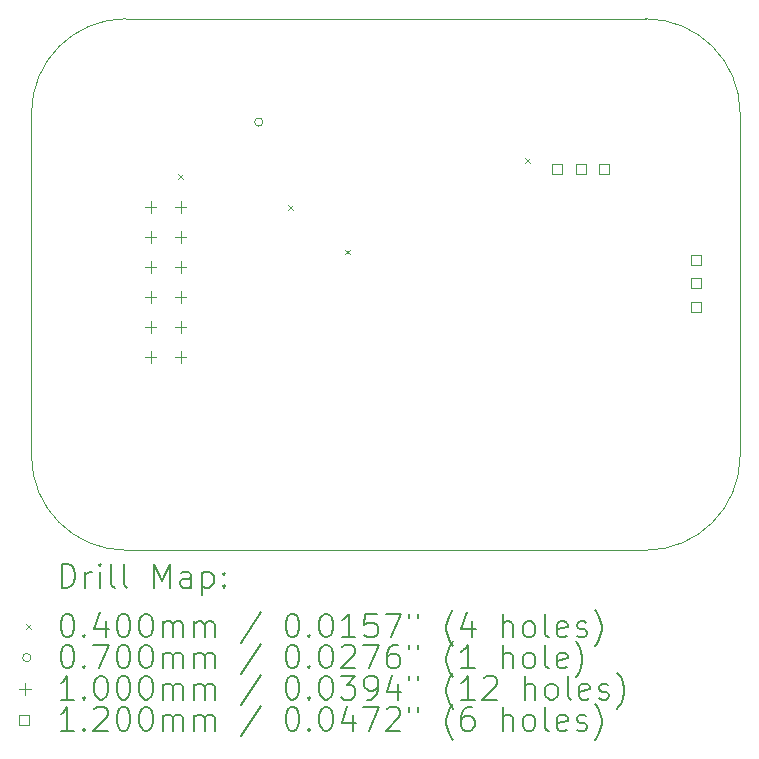
<source format=gbr>
%TF.GenerationSoftware,KiCad,Pcbnew,7.0.5*%
%TF.CreationDate,2023-07-06T17:02:58+08:00*%
%TF.ProjectId,GameRockerShaft,47616d65-526f-4636-9b65-725368616674,rev?*%
%TF.SameCoordinates,Original*%
%TF.FileFunction,Drillmap*%
%TF.FilePolarity,Positive*%
%FSLAX45Y45*%
G04 Gerber Fmt 4.5, Leading zero omitted, Abs format (unit mm)*
G04 Created by KiCad (PCBNEW 7.0.5) date 2023-07-06 17:02:58*
%MOMM*%
%LPD*%
G01*
G04 APERTURE LIST*
%ADD10C,0.100000*%
%ADD11C,0.200000*%
%ADD12C,0.040000*%
%ADD13C,0.070000*%
%ADD14C,0.120000*%
G04 APERTURE END LIST*
D10*
X7000000Y-7800000D02*
X7000000Y-10700000D01*
X13000000Y-7800000D02*
X13000000Y-10700000D01*
X13000000Y-7800000D02*
G75*
G03*
X12200000Y-7000000I-800000J0D01*
G01*
X7800000Y-7000000D02*
X12200000Y-7000000D01*
X12200000Y-11500000D02*
G75*
G03*
X13000000Y-10700000I0J800000D01*
G01*
X7000000Y-10700000D02*
G75*
G03*
X7800000Y-11500000I800000J0D01*
G01*
X7800000Y-11500000D02*
X12200000Y-11500000D01*
X7800000Y-7000000D02*
G75*
G03*
X7000000Y-7800000I0J-800000D01*
G01*
D11*
D12*
X8242500Y-8317500D02*
X8282500Y-8357500D01*
X8282500Y-8317500D02*
X8242500Y-8357500D01*
X9171750Y-8580000D02*
X9211750Y-8620000D01*
X9211750Y-8580000D02*
X9171750Y-8620000D01*
X9655000Y-8955000D02*
X9695000Y-8995000D01*
X9695000Y-8955000D02*
X9655000Y-8995000D01*
X11180000Y-8180000D02*
X11220000Y-8220000D01*
X11220000Y-8180000D02*
X11180000Y-8220000D01*
D13*
X8960000Y-7875000D02*
G75*
G03*
X8960000Y-7875000I-35000J0D01*
G01*
D10*
X8008500Y-8542000D02*
X8008500Y-8642000D01*
X7958500Y-8592000D02*
X8058500Y-8592000D01*
X8008500Y-8796000D02*
X8008500Y-8896000D01*
X7958500Y-8846000D02*
X8058500Y-8846000D01*
X8008500Y-9050000D02*
X8008500Y-9150000D01*
X7958500Y-9100000D02*
X8058500Y-9100000D01*
X8008500Y-9304000D02*
X8008500Y-9404000D01*
X7958500Y-9354000D02*
X8058500Y-9354000D01*
X8008500Y-9558000D02*
X8008500Y-9658000D01*
X7958500Y-9608000D02*
X8058500Y-9608000D01*
X8008500Y-9812000D02*
X8008500Y-9912000D01*
X7958500Y-9862000D02*
X8058500Y-9862000D01*
X8262500Y-8542000D02*
X8262500Y-8642000D01*
X8212500Y-8592000D02*
X8312500Y-8592000D01*
X8262500Y-8796000D02*
X8262500Y-8896000D01*
X8212500Y-8846000D02*
X8312500Y-8846000D01*
X8262500Y-9050000D02*
X8262500Y-9150000D01*
X8212500Y-9100000D02*
X8312500Y-9100000D01*
X8262500Y-9304000D02*
X8262500Y-9404000D01*
X8212500Y-9354000D02*
X8312500Y-9354000D01*
X8262500Y-9558000D02*
X8262500Y-9658000D01*
X8212500Y-9608000D02*
X8312500Y-9608000D01*
X8262500Y-9812000D02*
X8262500Y-9912000D01*
X8212500Y-9862000D02*
X8312500Y-9862000D01*
D14*
X11492427Y-8317427D02*
X11492427Y-8232573D01*
X11407573Y-8232573D01*
X11407573Y-8317427D01*
X11492427Y-8317427D01*
X11692427Y-8317427D02*
X11692427Y-8232573D01*
X11607573Y-8232573D01*
X11607573Y-8317427D01*
X11692427Y-8317427D01*
X11892427Y-8317427D02*
X11892427Y-8232573D01*
X11807573Y-8232573D01*
X11807573Y-8317427D01*
X11892427Y-8317427D01*
X12669927Y-9082427D02*
X12669927Y-8997573D01*
X12585073Y-8997573D01*
X12585073Y-9082427D01*
X12669927Y-9082427D01*
X12669927Y-9282427D02*
X12669927Y-9197573D01*
X12585073Y-9197573D01*
X12585073Y-9282427D01*
X12669927Y-9282427D01*
X12669927Y-9482427D02*
X12669927Y-9397573D01*
X12585073Y-9397573D01*
X12585073Y-9482427D01*
X12669927Y-9482427D01*
D11*
X7255777Y-11816484D02*
X7255777Y-11616484D01*
X7255777Y-11616484D02*
X7303396Y-11616484D01*
X7303396Y-11616484D02*
X7331967Y-11626008D01*
X7331967Y-11626008D02*
X7351015Y-11645055D01*
X7351015Y-11645055D02*
X7360539Y-11664103D01*
X7360539Y-11664103D02*
X7370062Y-11702198D01*
X7370062Y-11702198D02*
X7370062Y-11730769D01*
X7370062Y-11730769D02*
X7360539Y-11768865D01*
X7360539Y-11768865D02*
X7351015Y-11787912D01*
X7351015Y-11787912D02*
X7331967Y-11806960D01*
X7331967Y-11806960D02*
X7303396Y-11816484D01*
X7303396Y-11816484D02*
X7255777Y-11816484D01*
X7455777Y-11816484D02*
X7455777Y-11683150D01*
X7455777Y-11721246D02*
X7465301Y-11702198D01*
X7465301Y-11702198D02*
X7474824Y-11692674D01*
X7474824Y-11692674D02*
X7493872Y-11683150D01*
X7493872Y-11683150D02*
X7512920Y-11683150D01*
X7579586Y-11816484D02*
X7579586Y-11683150D01*
X7579586Y-11616484D02*
X7570062Y-11626008D01*
X7570062Y-11626008D02*
X7579586Y-11635531D01*
X7579586Y-11635531D02*
X7589110Y-11626008D01*
X7589110Y-11626008D02*
X7579586Y-11616484D01*
X7579586Y-11616484D02*
X7579586Y-11635531D01*
X7703396Y-11816484D02*
X7684348Y-11806960D01*
X7684348Y-11806960D02*
X7674824Y-11787912D01*
X7674824Y-11787912D02*
X7674824Y-11616484D01*
X7808158Y-11816484D02*
X7789110Y-11806960D01*
X7789110Y-11806960D02*
X7779586Y-11787912D01*
X7779586Y-11787912D02*
X7779586Y-11616484D01*
X8036729Y-11816484D02*
X8036729Y-11616484D01*
X8036729Y-11616484D02*
X8103396Y-11759341D01*
X8103396Y-11759341D02*
X8170062Y-11616484D01*
X8170062Y-11616484D02*
X8170062Y-11816484D01*
X8351015Y-11816484D02*
X8351015Y-11711722D01*
X8351015Y-11711722D02*
X8341491Y-11692674D01*
X8341491Y-11692674D02*
X8322443Y-11683150D01*
X8322443Y-11683150D02*
X8284348Y-11683150D01*
X8284348Y-11683150D02*
X8265301Y-11692674D01*
X8351015Y-11806960D02*
X8331967Y-11816484D01*
X8331967Y-11816484D02*
X8284348Y-11816484D01*
X8284348Y-11816484D02*
X8265301Y-11806960D01*
X8265301Y-11806960D02*
X8255777Y-11787912D01*
X8255777Y-11787912D02*
X8255777Y-11768865D01*
X8255777Y-11768865D02*
X8265301Y-11749817D01*
X8265301Y-11749817D02*
X8284348Y-11740293D01*
X8284348Y-11740293D02*
X8331967Y-11740293D01*
X8331967Y-11740293D02*
X8351015Y-11730769D01*
X8446253Y-11683150D02*
X8446253Y-11883150D01*
X8446253Y-11692674D02*
X8465301Y-11683150D01*
X8465301Y-11683150D02*
X8503396Y-11683150D01*
X8503396Y-11683150D02*
X8522444Y-11692674D01*
X8522444Y-11692674D02*
X8531967Y-11702198D01*
X8531967Y-11702198D02*
X8541491Y-11721246D01*
X8541491Y-11721246D02*
X8541491Y-11778388D01*
X8541491Y-11778388D02*
X8531967Y-11797436D01*
X8531967Y-11797436D02*
X8522444Y-11806960D01*
X8522444Y-11806960D02*
X8503396Y-11816484D01*
X8503396Y-11816484D02*
X8465301Y-11816484D01*
X8465301Y-11816484D02*
X8446253Y-11806960D01*
X8627205Y-11797436D02*
X8636729Y-11806960D01*
X8636729Y-11806960D02*
X8627205Y-11816484D01*
X8627205Y-11816484D02*
X8617682Y-11806960D01*
X8617682Y-11806960D02*
X8627205Y-11797436D01*
X8627205Y-11797436D02*
X8627205Y-11816484D01*
X8627205Y-11692674D02*
X8636729Y-11702198D01*
X8636729Y-11702198D02*
X8627205Y-11711722D01*
X8627205Y-11711722D02*
X8617682Y-11702198D01*
X8617682Y-11702198D02*
X8627205Y-11692674D01*
X8627205Y-11692674D02*
X8627205Y-11711722D01*
D12*
X6955000Y-12125000D02*
X6995000Y-12165000D01*
X6995000Y-12125000D02*
X6955000Y-12165000D01*
D11*
X7293872Y-12036484D02*
X7312920Y-12036484D01*
X7312920Y-12036484D02*
X7331967Y-12046008D01*
X7331967Y-12046008D02*
X7341491Y-12055531D01*
X7341491Y-12055531D02*
X7351015Y-12074579D01*
X7351015Y-12074579D02*
X7360539Y-12112674D01*
X7360539Y-12112674D02*
X7360539Y-12160293D01*
X7360539Y-12160293D02*
X7351015Y-12198388D01*
X7351015Y-12198388D02*
X7341491Y-12217436D01*
X7341491Y-12217436D02*
X7331967Y-12226960D01*
X7331967Y-12226960D02*
X7312920Y-12236484D01*
X7312920Y-12236484D02*
X7293872Y-12236484D01*
X7293872Y-12236484D02*
X7274824Y-12226960D01*
X7274824Y-12226960D02*
X7265301Y-12217436D01*
X7265301Y-12217436D02*
X7255777Y-12198388D01*
X7255777Y-12198388D02*
X7246253Y-12160293D01*
X7246253Y-12160293D02*
X7246253Y-12112674D01*
X7246253Y-12112674D02*
X7255777Y-12074579D01*
X7255777Y-12074579D02*
X7265301Y-12055531D01*
X7265301Y-12055531D02*
X7274824Y-12046008D01*
X7274824Y-12046008D02*
X7293872Y-12036484D01*
X7446253Y-12217436D02*
X7455777Y-12226960D01*
X7455777Y-12226960D02*
X7446253Y-12236484D01*
X7446253Y-12236484D02*
X7436729Y-12226960D01*
X7436729Y-12226960D02*
X7446253Y-12217436D01*
X7446253Y-12217436D02*
X7446253Y-12236484D01*
X7627205Y-12103150D02*
X7627205Y-12236484D01*
X7579586Y-12026960D02*
X7531967Y-12169817D01*
X7531967Y-12169817D02*
X7655777Y-12169817D01*
X7770062Y-12036484D02*
X7789110Y-12036484D01*
X7789110Y-12036484D02*
X7808158Y-12046008D01*
X7808158Y-12046008D02*
X7817682Y-12055531D01*
X7817682Y-12055531D02*
X7827205Y-12074579D01*
X7827205Y-12074579D02*
X7836729Y-12112674D01*
X7836729Y-12112674D02*
X7836729Y-12160293D01*
X7836729Y-12160293D02*
X7827205Y-12198388D01*
X7827205Y-12198388D02*
X7817682Y-12217436D01*
X7817682Y-12217436D02*
X7808158Y-12226960D01*
X7808158Y-12226960D02*
X7789110Y-12236484D01*
X7789110Y-12236484D02*
X7770062Y-12236484D01*
X7770062Y-12236484D02*
X7751015Y-12226960D01*
X7751015Y-12226960D02*
X7741491Y-12217436D01*
X7741491Y-12217436D02*
X7731967Y-12198388D01*
X7731967Y-12198388D02*
X7722443Y-12160293D01*
X7722443Y-12160293D02*
X7722443Y-12112674D01*
X7722443Y-12112674D02*
X7731967Y-12074579D01*
X7731967Y-12074579D02*
X7741491Y-12055531D01*
X7741491Y-12055531D02*
X7751015Y-12046008D01*
X7751015Y-12046008D02*
X7770062Y-12036484D01*
X7960539Y-12036484D02*
X7979586Y-12036484D01*
X7979586Y-12036484D02*
X7998634Y-12046008D01*
X7998634Y-12046008D02*
X8008158Y-12055531D01*
X8008158Y-12055531D02*
X8017682Y-12074579D01*
X8017682Y-12074579D02*
X8027205Y-12112674D01*
X8027205Y-12112674D02*
X8027205Y-12160293D01*
X8027205Y-12160293D02*
X8017682Y-12198388D01*
X8017682Y-12198388D02*
X8008158Y-12217436D01*
X8008158Y-12217436D02*
X7998634Y-12226960D01*
X7998634Y-12226960D02*
X7979586Y-12236484D01*
X7979586Y-12236484D02*
X7960539Y-12236484D01*
X7960539Y-12236484D02*
X7941491Y-12226960D01*
X7941491Y-12226960D02*
X7931967Y-12217436D01*
X7931967Y-12217436D02*
X7922443Y-12198388D01*
X7922443Y-12198388D02*
X7912920Y-12160293D01*
X7912920Y-12160293D02*
X7912920Y-12112674D01*
X7912920Y-12112674D02*
X7922443Y-12074579D01*
X7922443Y-12074579D02*
X7931967Y-12055531D01*
X7931967Y-12055531D02*
X7941491Y-12046008D01*
X7941491Y-12046008D02*
X7960539Y-12036484D01*
X8112920Y-12236484D02*
X8112920Y-12103150D01*
X8112920Y-12122198D02*
X8122443Y-12112674D01*
X8122443Y-12112674D02*
X8141491Y-12103150D01*
X8141491Y-12103150D02*
X8170063Y-12103150D01*
X8170063Y-12103150D02*
X8189110Y-12112674D01*
X8189110Y-12112674D02*
X8198634Y-12131722D01*
X8198634Y-12131722D02*
X8198634Y-12236484D01*
X8198634Y-12131722D02*
X8208158Y-12112674D01*
X8208158Y-12112674D02*
X8227205Y-12103150D01*
X8227205Y-12103150D02*
X8255777Y-12103150D01*
X8255777Y-12103150D02*
X8274824Y-12112674D01*
X8274824Y-12112674D02*
X8284348Y-12131722D01*
X8284348Y-12131722D02*
X8284348Y-12236484D01*
X8379586Y-12236484D02*
X8379586Y-12103150D01*
X8379586Y-12122198D02*
X8389110Y-12112674D01*
X8389110Y-12112674D02*
X8408158Y-12103150D01*
X8408158Y-12103150D02*
X8436729Y-12103150D01*
X8436729Y-12103150D02*
X8455777Y-12112674D01*
X8455777Y-12112674D02*
X8465301Y-12131722D01*
X8465301Y-12131722D02*
X8465301Y-12236484D01*
X8465301Y-12131722D02*
X8474825Y-12112674D01*
X8474825Y-12112674D02*
X8493872Y-12103150D01*
X8493872Y-12103150D02*
X8522444Y-12103150D01*
X8522444Y-12103150D02*
X8541491Y-12112674D01*
X8541491Y-12112674D02*
X8551015Y-12131722D01*
X8551015Y-12131722D02*
X8551015Y-12236484D01*
X8941491Y-12026960D02*
X8770063Y-12284103D01*
X9198634Y-12036484D02*
X9217682Y-12036484D01*
X9217682Y-12036484D02*
X9236729Y-12046008D01*
X9236729Y-12046008D02*
X9246253Y-12055531D01*
X9246253Y-12055531D02*
X9255777Y-12074579D01*
X9255777Y-12074579D02*
X9265301Y-12112674D01*
X9265301Y-12112674D02*
X9265301Y-12160293D01*
X9265301Y-12160293D02*
X9255777Y-12198388D01*
X9255777Y-12198388D02*
X9246253Y-12217436D01*
X9246253Y-12217436D02*
X9236729Y-12226960D01*
X9236729Y-12226960D02*
X9217682Y-12236484D01*
X9217682Y-12236484D02*
X9198634Y-12236484D01*
X9198634Y-12236484D02*
X9179587Y-12226960D01*
X9179587Y-12226960D02*
X9170063Y-12217436D01*
X9170063Y-12217436D02*
X9160539Y-12198388D01*
X9160539Y-12198388D02*
X9151015Y-12160293D01*
X9151015Y-12160293D02*
X9151015Y-12112674D01*
X9151015Y-12112674D02*
X9160539Y-12074579D01*
X9160539Y-12074579D02*
X9170063Y-12055531D01*
X9170063Y-12055531D02*
X9179587Y-12046008D01*
X9179587Y-12046008D02*
X9198634Y-12036484D01*
X9351015Y-12217436D02*
X9360539Y-12226960D01*
X9360539Y-12226960D02*
X9351015Y-12236484D01*
X9351015Y-12236484D02*
X9341491Y-12226960D01*
X9341491Y-12226960D02*
X9351015Y-12217436D01*
X9351015Y-12217436D02*
X9351015Y-12236484D01*
X9484348Y-12036484D02*
X9503396Y-12036484D01*
X9503396Y-12036484D02*
X9522444Y-12046008D01*
X9522444Y-12046008D02*
X9531968Y-12055531D01*
X9531968Y-12055531D02*
X9541491Y-12074579D01*
X9541491Y-12074579D02*
X9551015Y-12112674D01*
X9551015Y-12112674D02*
X9551015Y-12160293D01*
X9551015Y-12160293D02*
X9541491Y-12198388D01*
X9541491Y-12198388D02*
X9531968Y-12217436D01*
X9531968Y-12217436D02*
X9522444Y-12226960D01*
X9522444Y-12226960D02*
X9503396Y-12236484D01*
X9503396Y-12236484D02*
X9484348Y-12236484D01*
X9484348Y-12236484D02*
X9465301Y-12226960D01*
X9465301Y-12226960D02*
X9455777Y-12217436D01*
X9455777Y-12217436D02*
X9446253Y-12198388D01*
X9446253Y-12198388D02*
X9436729Y-12160293D01*
X9436729Y-12160293D02*
X9436729Y-12112674D01*
X9436729Y-12112674D02*
X9446253Y-12074579D01*
X9446253Y-12074579D02*
X9455777Y-12055531D01*
X9455777Y-12055531D02*
X9465301Y-12046008D01*
X9465301Y-12046008D02*
X9484348Y-12036484D01*
X9741491Y-12236484D02*
X9627206Y-12236484D01*
X9684348Y-12236484D02*
X9684348Y-12036484D01*
X9684348Y-12036484D02*
X9665301Y-12065055D01*
X9665301Y-12065055D02*
X9646253Y-12084103D01*
X9646253Y-12084103D02*
X9627206Y-12093627D01*
X9922444Y-12036484D02*
X9827206Y-12036484D01*
X9827206Y-12036484D02*
X9817682Y-12131722D01*
X9817682Y-12131722D02*
X9827206Y-12122198D01*
X9827206Y-12122198D02*
X9846253Y-12112674D01*
X9846253Y-12112674D02*
X9893872Y-12112674D01*
X9893872Y-12112674D02*
X9912920Y-12122198D01*
X9912920Y-12122198D02*
X9922444Y-12131722D01*
X9922444Y-12131722D02*
X9931968Y-12150769D01*
X9931968Y-12150769D02*
X9931968Y-12198388D01*
X9931968Y-12198388D02*
X9922444Y-12217436D01*
X9922444Y-12217436D02*
X9912920Y-12226960D01*
X9912920Y-12226960D02*
X9893872Y-12236484D01*
X9893872Y-12236484D02*
X9846253Y-12236484D01*
X9846253Y-12236484D02*
X9827206Y-12226960D01*
X9827206Y-12226960D02*
X9817682Y-12217436D01*
X9998634Y-12036484D02*
X10131968Y-12036484D01*
X10131968Y-12036484D02*
X10046253Y-12236484D01*
X10198634Y-12036484D02*
X10198634Y-12074579D01*
X10274825Y-12036484D02*
X10274825Y-12074579D01*
X10570063Y-12312674D02*
X10560539Y-12303150D01*
X10560539Y-12303150D02*
X10541491Y-12274579D01*
X10541491Y-12274579D02*
X10531968Y-12255531D01*
X10531968Y-12255531D02*
X10522444Y-12226960D01*
X10522444Y-12226960D02*
X10512920Y-12179341D01*
X10512920Y-12179341D02*
X10512920Y-12141246D01*
X10512920Y-12141246D02*
X10522444Y-12093627D01*
X10522444Y-12093627D02*
X10531968Y-12065055D01*
X10531968Y-12065055D02*
X10541491Y-12046008D01*
X10541491Y-12046008D02*
X10560539Y-12017436D01*
X10560539Y-12017436D02*
X10570063Y-12007912D01*
X10731968Y-12103150D02*
X10731968Y-12236484D01*
X10684349Y-12026960D02*
X10636730Y-12169817D01*
X10636730Y-12169817D02*
X10760539Y-12169817D01*
X10989111Y-12236484D02*
X10989111Y-12036484D01*
X11074825Y-12236484D02*
X11074825Y-12131722D01*
X11074825Y-12131722D02*
X11065301Y-12112674D01*
X11065301Y-12112674D02*
X11046253Y-12103150D01*
X11046253Y-12103150D02*
X11017682Y-12103150D01*
X11017682Y-12103150D02*
X10998634Y-12112674D01*
X10998634Y-12112674D02*
X10989111Y-12122198D01*
X11198634Y-12236484D02*
X11179587Y-12226960D01*
X11179587Y-12226960D02*
X11170063Y-12217436D01*
X11170063Y-12217436D02*
X11160539Y-12198388D01*
X11160539Y-12198388D02*
X11160539Y-12141246D01*
X11160539Y-12141246D02*
X11170063Y-12122198D01*
X11170063Y-12122198D02*
X11179587Y-12112674D01*
X11179587Y-12112674D02*
X11198634Y-12103150D01*
X11198634Y-12103150D02*
X11227206Y-12103150D01*
X11227206Y-12103150D02*
X11246253Y-12112674D01*
X11246253Y-12112674D02*
X11255777Y-12122198D01*
X11255777Y-12122198D02*
X11265301Y-12141246D01*
X11265301Y-12141246D02*
X11265301Y-12198388D01*
X11265301Y-12198388D02*
X11255777Y-12217436D01*
X11255777Y-12217436D02*
X11246253Y-12226960D01*
X11246253Y-12226960D02*
X11227206Y-12236484D01*
X11227206Y-12236484D02*
X11198634Y-12236484D01*
X11379587Y-12236484D02*
X11360539Y-12226960D01*
X11360539Y-12226960D02*
X11351015Y-12207912D01*
X11351015Y-12207912D02*
X11351015Y-12036484D01*
X11531968Y-12226960D02*
X11512920Y-12236484D01*
X11512920Y-12236484D02*
X11474825Y-12236484D01*
X11474825Y-12236484D02*
X11455777Y-12226960D01*
X11455777Y-12226960D02*
X11446253Y-12207912D01*
X11446253Y-12207912D02*
X11446253Y-12131722D01*
X11446253Y-12131722D02*
X11455777Y-12112674D01*
X11455777Y-12112674D02*
X11474825Y-12103150D01*
X11474825Y-12103150D02*
X11512920Y-12103150D01*
X11512920Y-12103150D02*
X11531968Y-12112674D01*
X11531968Y-12112674D02*
X11541491Y-12131722D01*
X11541491Y-12131722D02*
X11541491Y-12150769D01*
X11541491Y-12150769D02*
X11446253Y-12169817D01*
X11617682Y-12226960D02*
X11636730Y-12236484D01*
X11636730Y-12236484D02*
X11674825Y-12236484D01*
X11674825Y-12236484D02*
X11693872Y-12226960D01*
X11693872Y-12226960D02*
X11703396Y-12207912D01*
X11703396Y-12207912D02*
X11703396Y-12198388D01*
X11703396Y-12198388D02*
X11693872Y-12179341D01*
X11693872Y-12179341D02*
X11674825Y-12169817D01*
X11674825Y-12169817D02*
X11646253Y-12169817D01*
X11646253Y-12169817D02*
X11627206Y-12160293D01*
X11627206Y-12160293D02*
X11617682Y-12141246D01*
X11617682Y-12141246D02*
X11617682Y-12131722D01*
X11617682Y-12131722D02*
X11627206Y-12112674D01*
X11627206Y-12112674D02*
X11646253Y-12103150D01*
X11646253Y-12103150D02*
X11674825Y-12103150D01*
X11674825Y-12103150D02*
X11693872Y-12112674D01*
X11770063Y-12312674D02*
X11779587Y-12303150D01*
X11779587Y-12303150D02*
X11798634Y-12274579D01*
X11798634Y-12274579D02*
X11808158Y-12255531D01*
X11808158Y-12255531D02*
X11817682Y-12226960D01*
X11817682Y-12226960D02*
X11827206Y-12179341D01*
X11827206Y-12179341D02*
X11827206Y-12141246D01*
X11827206Y-12141246D02*
X11817682Y-12093627D01*
X11817682Y-12093627D02*
X11808158Y-12065055D01*
X11808158Y-12065055D02*
X11798634Y-12046008D01*
X11798634Y-12046008D02*
X11779587Y-12017436D01*
X11779587Y-12017436D02*
X11770063Y-12007912D01*
D13*
X6995000Y-12409000D02*
G75*
G03*
X6995000Y-12409000I-35000J0D01*
G01*
D11*
X7293872Y-12300484D02*
X7312920Y-12300484D01*
X7312920Y-12300484D02*
X7331967Y-12310008D01*
X7331967Y-12310008D02*
X7341491Y-12319531D01*
X7341491Y-12319531D02*
X7351015Y-12338579D01*
X7351015Y-12338579D02*
X7360539Y-12376674D01*
X7360539Y-12376674D02*
X7360539Y-12424293D01*
X7360539Y-12424293D02*
X7351015Y-12462388D01*
X7351015Y-12462388D02*
X7341491Y-12481436D01*
X7341491Y-12481436D02*
X7331967Y-12490960D01*
X7331967Y-12490960D02*
X7312920Y-12500484D01*
X7312920Y-12500484D02*
X7293872Y-12500484D01*
X7293872Y-12500484D02*
X7274824Y-12490960D01*
X7274824Y-12490960D02*
X7265301Y-12481436D01*
X7265301Y-12481436D02*
X7255777Y-12462388D01*
X7255777Y-12462388D02*
X7246253Y-12424293D01*
X7246253Y-12424293D02*
X7246253Y-12376674D01*
X7246253Y-12376674D02*
X7255777Y-12338579D01*
X7255777Y-12338579D02*
X7265301Y-12319531D01*
X7265301Y-12319531D02*
X7274824Y-12310008D01*
X7274824Y-12310008D02*
X7293872Y-12300484D01*
X7446253Y-12481436D02*
X7455777Y-12490960D01*
X7455777Y-12490960D02*
X7446253Y-12500484D01*
X7446253Y-12500484D02*
X7436729Y-12490960D01*
X7436729Y-12490960D02*
X7446253Y-12481436D01*
X7446253Y-12481436D02*
X7446253Y-12500484D01*
X7522443Y-12300484D02*
X7655777Y-12300484D01*
X7655777Y-12300484D02*
X7570062Y-12500484D01*
X7770062Y-12300484D02*
X7789110Y-12300484D01*
X7789110Y-12300484D02*
X7808158Y-12310008D01*
X7808158Y-12310008D02*
X7817682Y-12319531D01*
X7817682Y-12319531D02*
X7827205Y-12338579D01*
X7827205Y-12338579D02*
X7836729Y-12376674D01*
X7836729Y-12376674D02*
X7836729Y-12424293D01*
X7836729Y-12424293D02*
X7827205Y-12462388D01*
X7827205Y-12462388D02*
X7817682Y-12481436D01*
X7817682Y-12481436D02*
X7808158Y-12490960D01*
X7808158Y-12490960D02*
X7789110Y-12500484D01*
X7789110Y-12500484D02*
X7770062Y-12500484D01*
X7770062Y-12500484D02*
X7751015Y-12490960D01*
X7751015Y-12490960D02*
X7741491Y-12481436D01*
X7741491Y-12481436D02*
X7731967Y-12462388D01*
X7731967Y-12462388D02*
X7722443Y-12424293D01*
X7722443Y-12424293D02*
X7722443Y-12376674D01*
X7722443Y-12376674D02*
X7731967Y-12338579D01*
X7731967Y-12338579D02*
X7741491Y-12319531D01*
X7741491Y-12319531D02*
X7751015Y-12310008D01*
X7751015Y-12310008D02*
X7770062Y-12300484D01*
X7960539Y-12300484D02*
X7979586Y-12300484D01*
X7979586Y-12300484D02*
X7998634Y-12310008D01*
X7998634Y-12310008D02*
X8008158Y-12319531D01*
X8008158Y-12319531D02*
X8017682Y-12338579D01*
X8017682Y-12338579D02*
X8027205Y-12376674D01*
X8027205Y-12376674D02*
X8027205Y-12424293D01*
X8027205Y-12424293D02*
X8017682Y-12462388D01*
X8017682Y-12462388D02*
X8008158Y-12481436D01*
X8008158Y-12481436D02*
X7998634Y-12490960D01*
X7998634Y-12490960D02*
X7979586Y-12500484D01*
X7979586Y-12500484D02*
X7960539Y-12500484D01*
X7960539Y-12500484D02*
X7941491Y-12490960D01*
X7941491Y-12490960D02*
X7931967Y-12481436D01*
X7931967Y-12481436D02*
X7922443Y-12462388D01*
X7922443Y-12462388D02*
X7912920Y-12424293D01*
X7912920Y-12424293D02*
X7912920Y-12376674D01*
X7912920Y-12376674D02*
X7922443Y-12338579D01*
X7922443Y-12338579D02*
X7931967Y-12319531D01*
X7931967Y-12319531D02*
X7941491Y-12310008D01*
X7941491Y-12310008D02*
X7960539Y-12300484D01*
X8112920Y-12500484D02*
X8112920Y-12367150D01*
X8112920Y-12386198D02*
X8122443Y-12376674D01*
X8122443Y-12376674D02*
X8141491Y-12367150D01*
X8141491Y-12367150D02*
X8170063Y-12367150D01*
X8170063Y-12367150D02*
X8189110Y-12376674D01*
X8189110Y-12376674D02*
X8198634Y-12395722D01*
X8198634Y-12395722D02*
X8198634Y-12500484D01*
X8198634Y-12395722D02*
X8208158Y-12376674D01*
X8208158Y-12376674D02*
X8227205Y-12367150D01*
X8227205Y-12367150D02*
X8255777Y-12367150D01*
X8255777Y-12367150D02*
X8274824Y-12376674D01*
X8274824Y-12376674D02*
X8284348Y-12395722D01*
X8284348Y-12395722D02*
X8284348Y-12500484D01*
X8379586Y-12500484D02*
X8379586Y-12367150D01*
X8379586Y-12386198D02*
X8389110Y-12376674D01*
X8389110Y-12376674D02*
X8408158Y-12367150D01*
X8408158Y-12367150D02*
X8436729Y-12367150D01*
X8436729Y-12367150D02*
X8455777Y-12376674D01*
X8455777Y-12376674D02*
X8465301Y-12395722D01*
X8465301Y-12395722D02*
X8465301Y-12500484D01*
X8465301Y-12395722D02*
X8474825Y-12376674D01*
X8474825Y-12376674D02*
X8493872Y-12367150D01*
X8493872Y-12367150D02*
X8522444Y-12367150D01*
X8522444Y-12367150D02*
X8541491Y-12376674D01*
X8541491Y-12376674D02*
X8551015Y-12395722D01*
X8551015Y-12395722D02*
X8551015Y-12500484D01*
X8941491Y-12290960D02*
X8770063Y-12548103D01*
X9198634Y-12300484D02*
X9217682Y-12300484D01*
X9217682Y-12300484D02*
X9236729Y-12310008D01*
X9236729Y-12310008D02*
X9246253Y-12319531D01*
X9246253Y-12319531D02*
X9255777Y-12338579D01*
X9255777Y-12338579D02*
X9265301Y-12376674D01*
X9265301Y-12376674D02*
X9265301Y-12424293D01*
X9265301Y-12424293D02*
X9255777Y-12462388D01*
X9255777Y-12462388D02*
X9246253Y-12481436D01*
X9246253Y-12481436D02*
X9236729Y-12490960D01*
X9236729Y-12490960D02*
X9217682Y-12500484D01*
X9217682Y-12500484D02*
X9198634Y-12500484D01*
X9198634Y-12500484D02*
X9179587Y-12490960D01*
X9179587Y-12490960D02*
X9170063Y-12481436D01*
X9170063Y-12481436D02*
X9160539Y-12462388D01*
X9160539Y-12462388D02*
X9151015Y-12424293D01*
X9151015Y-12424293D02*
X9151015Y-12376674D01*
X9151015Y-12376674D02*
X9160539Y-12338579D01*
X9160539Y-12338579D02*
X9170063Y-12319531D01*
X9170063Y-12319531D02*
X9179587Y-12310008D01*
X9179587Y-12310008D02*
X9198634Y-12300484D01*
X9351015Y-12481436D02*
X9360539Y-12490960D01*
X9360539Y-12490960D02*
X9351015Y-12500484D01*
X9351015Y-12500484D02*
X9341491Y-12490960D01*
X9341491Y-12490960D02*
X9351015Y-12481436D01*
X9351015Y-12481436D02*
X9351015Y-12500484D01*
X9484348Y-12300484D02*
X9503396Y-12300484D01*
X9503396Y-12300484D02*
X9522444Y-12310008D01*
X9522444Y-12310008D02*
X9531968Y-12319531D01*
X9531968Y-12319531D02*
X9541491Y-12338579D01*
X9541491Y-12338579D02*
X9551015Y-12376674D01*
X9551015Y-12376674D02*
X9551015Y-12424293D01*
X9551015Y-12424293D02*
X9541491Y-12462388D01*
X9541491Y-12462388D02*
X9531968Y-12481436D01*
X9531968Y-12481436D02*
X9522444Y-12490960D01*
X9522444Y-12490960D02*
X9503396Y-12500484D01*
X9503396Y-12500484D02*
X9484348Y-12500484D01*
X9484348Y-12500484D02*
X9465301Y-12490960D01*
X9465301Y-12490960D02*
X9455777Y-12481436D01*
X9455777Y-12481436D02*
X9446253Y-12462388D01*
X9446253Y-12462388D02*
X9436729Y-12424293D01*
X9436729Y-12424293D02*
X9436729Y-12376674D01*
X9436729Y-12376674D02*
X9446253Y-12338579D01*
X9446253Y-12338579D02*
X9455777Y-12319531D01*
X9455777Y-12319531D02*
X9465301Y-12310008D01*
X9465301Y-12310008D02*
X9484348Y-12300484D01*
X9627206Y-12319531D02*
X9636729Y-12310008D01*
X9636729Y-12310008D02*
X9655777Y-12300484D01*
X9655777Y-12300484D02*
X9703396Y-12300484D01*
X9703396Y-12300484D02*
X9722444Y-12310008D01*
X9722444Y-12310008D02*
X9731968Y-12319531D01*
X9731968Y-12319531D02*
X9741491Y-12338579D01*
X9741491Y-12338579D02*
X9741491Y-12357627D01*
X9741491Y-12357627D02*
X9731968Y-12386198D01*
X9731968Y-12386198D02*
X9617682Y-12500484D01*
X9617682Y-12500484D02*
X9741491Y-12500484D01*
X9808158Y-12300484D02*
X9941491Y-12300484D01*
X9941491Y-12300484D02*
X9855777Y-12500484D01*
X10103396Y-12300484D02*
X10065301Y-12300484D01*
X10065301Y-12300484D02*
X10046253Y-12310008D01*
X10046253Y-12310008D02*
X10036729Y-12319531D01*
X10036729Y-12319531D02*
X10017682Y-12348103D01*
X10017682Y-12348103D02*
X10008158Y-12386198D01*
X10008158Y-12386198D02*
X10008158Y-12462388D01*
X10008158Y-12462388D02*
X10017682Y-12481436D01*
X10017682Y-12481436D02*
X10027206Y-12490960D01*
X10027206Y-12490960D02*
X10046253Y-12500484D01*
X10046253Y-12500484D02*
X10084349Y-12500484D01*
X10084349Y-12500484D02*
X10103396Y-12490960D01*
X10103396Y-12490960D02*
X10112920Y-12481436D01*
X10112920Y-12481436D02*
X10122444Y-12462388D01*
X10122444Y-12462388D02*
X10122444Y-12414769D01*
X10122444Y-12414769D02*
X10112920Y-12395722D01*
X10112920Y-12395722D02*
X10103396Y-12386198D01*
X10103396Y-12386198D02*
X10084349Y-12376674D01*
X10084349Y-12376674D02*
X10046253Y-12376674D01*
X10046253Y-12376674D02*
X10027206Y-12386198D01*
X10027206Y-12386198D02*
X10017682Y-12395722D01*
X10017682Y-12395722D02*
X10008158Y-12414769D01*
X10198634Y-12300484D02*
X10198634Y-12338579D01*
X10274825Y-12300484D02*
X10274825Y-12338579D01*
X10570063Y-12576674D02*
X10560539Y-12567150D01*
X10560539Y-12567150D02*
X10541491Y-12538579D01*
X10541491Y-12538579D02*
X10531968Y-12519531D01*
X10531968Y-12519531D02*
X10522444Y-12490960D01*
X10522444Y-12490960D02*
X10512920Y-12443341D01*
X10512920Y-12443341D02*
X10512920Y-12405246D01*
X10512920Y-12405246D02*
X10522444Y-12357627D01*
X10522444Y-12357627D02*
X10531968Y-12329055D01*
X10531968Y-12329055D02*
X10541491Y-12310008D01*
X10541491Y-12310008D02*
X10560539Y-12281436D01*
X10560539Y-12281436D02*
X10570063Y-12271912D01*
X10751015Y-12500484D02*
X10636730Y-12500484D01*
X10693872Y-12500484D02*
X10693872Y-12300484D01*
X10693872Y-12300484D02*
X10674825Y-12329055D01*
X10674825Y-12329055D02*
X10655777Y-12348103D01*
X10655777Y-12348103D02*
X10636730Y-12357627D01*
X10989111Y-12500484D02*
X10989111Y-12300484D01*
X11074825Y-12500484D02*
X11074825Y-12395722D01*
X11074825Y-12395722D02*
X11065301Y-12376674D01*
X11065301Y-12376674D02*
X11046253Y-12367150D01*
X11046253Y-12367150D02*
X11017682Y-12367150D01*
X11017682Y-12367150D02*
X10998634Y-12376674D01*
X10998634Y-12376674D02*
X10989111Y-12386198D01*
X11198634Y-12500484D02*
X11179587Y-12490960D01*
X11179587Y-12490960D02*
X11170063Y-12481436D01*
X11170063Y-12481436D02*
X11160539Y-12462388D01*
X11160539Y-12462388D02*
X11160539Y-12405246D01*
X11160539Y-12405246D02*
X11170063Y-12386198D01*
X11170063Y-12386198D02*
X11179587Y-12376674D01*
X11179587Y-12376674D02*
X11198634Y-12367150D01*
X11198634Y-12367150D02*
X11227206Y-12367150D01*
X11227206Y-12367150D02*
X11246253Y-12376674D01*
X11246253Y-12376674D02*
X11255777Y-12386198D01*
X11255777Y-12386198D02*
X11265301Y-12405246D01*
X11265301Y-12405246D02*
X11265301Y-12462388D01*
X11265301Y-12462388D02*
X11255777Y-12481436D01*
X11255777Y-12481436D02*
X11246253Y-12490960D01*
X11246253Y-12490960D02*
X11227206Y-12500484D01*
X11227206Y-12500484D02*
X11198634Y-12500484D01*
X11379587Y-12500484D02*
X11360539Y-12490960D01*
X11360539Y-12490960D02*
X11351015Y-12471912D01*
X11351015Y-12471912D02*
X11351015Y-12300484D01*
X11531968Y-12490960D02*
X11512920Y-12500484D01*
X11512920Y-12500484D02*
X11474825Y-12500484D01*
X11474825Y-12500484D02*
X11455777Y-12490960D01*
X11455777Y-12490960D02*
X11446253Y-12471912D01*
X11446253Y-12471912D02*
X11446253Y-12395722D01*
X11446253Y-12395722D02*
X11455777Y-12376674D01*
X11455777Y-12376674D02*
X11474825Y-12367150D01*
X11474825Y-12367150D02*
X11512920Y-12367150D01*
X11512920Y-12367150D02*
X11531968Y-12376674D01*
X11531968Y-12376674D02*
X11541491Y-12395722D01*
X11541491Y-12395722D02*
X11541491Y-12414769D01*
X11541491Y-12414769D02*
X11446253Y-12433817D01*
X11608158Y-12576674D02*
X11617682Y-12567150D01*
X11617682Y-12567150D02*
X11636730Y-12538579D01*
X11636730Y-12538579D02*
X11646253Y-12519531D01*
X11646253Y-12519531D02*
X11655777Y-12490960D01*
X11655777Y-12490960D02*
X11665301Y-12443341D01*
X11665301Y-12443341D02*
X11665301Y-12405246D01*
X11665301Y-12405246D02*
X11655777Y-12357627D01*
X11655777Y-12357627D02*
X11646253Y-12329055D01*
X11646253Y-12329055D02*
X11636730Y-12310008D01*
X11636730Y-12310008D02*
X11617682Y-12281436D01*
X11617682Y-12281436D02*
X11608158Y-12271912D01*
D10*
X6945000Y-12623000D02*
X6945000Y-12723000D01*
X6895000Y-12673000D02*
X6995000Y-12673000D01*
D11*
X7360539Y-12764484D02*
X7246253Y-12764484D01*
X7303396Y-12764484D02*
X7303396Y-12564484D01*
X7303396Y-12564484D02*
X7284348Y-12593055D01*
X7284348Y-12593055D02*
X7265301Y-12612103D01*
X7265301Y-12612103D02*
X7246253Y-12621627D01*
X7446253Y-12745436D02*
X7455777Y-12754960D01*
X7455777Y-12754960D02*
X7446253Y-12764484D01*
X7446253Y-12764484D02*
X7436729Y-12754960D01*
X7436729Y-12754960D02*
X7446253Y-12745436D01*
X7446253Y-12745436D02*
X7446253Y-12764484D01*
X7579586Y-12564484D02*
X7598634Y-12564484D01*
X7598634Y-12564484D02*
X7617682Y-12574008D01*
X7617682Y-12574008D02*
X7627205Y-12583531D01*
X7627205Y-12583531D02*
X7636729Y-12602579D01*
X7636729Y-12602579D02*
X7646253Y-12640674D01*
X7646253Y-12640674D02*
X7646253Y-12688293D01*
X7646253Y-12688293D02*
X7636729Y-12726388D01*
X7636729Y-12726388D02*
X7627205Y-12745436D01*
X7627205Y-12745436D02*
X7617682Y-12754960D01*
X7617682Y-12754960D02*
X7598634Y-12764484D01*
X7598634Y-12764484D02*
X7579586Y-12764484D01*
X7579586Y-12764484D02*
X7560539Y-12754960D01*
X7560539Y-12754960D02*
X7551015Y-12745436D01*
X7551015Y-12745436D02*
X7541491Y-12726388D01*
X7541491Y-12726388D02*
X7531967Y-12688293D01*
X7531967Y-12688293D02*
X7531967Y-12640674D01*
X7531967Y-12640674D02*
X7541491Y-12602579D01*
X7541491Y-12602579D02*
X7551015Y-12583531D01*
X7551015Y-12583531D02*
X7560539Y-12574008D01*
X7560539Y-12574008D02*
X7579586Y-12564484D01*
X7770062Y-12564484D02*
X7789110Y-12564484D01*
X7789110Y-12564484D02*
X7808158Y-12574008D01*
X7808158Y-12574008D02*
X7817682Y-12583531D01*
X7817682Y-12583531D02*
X7827205Y-12602579D01*
X7827205Y-12602579D02*
X7836729Y-12640674D01*
X7836729Y-12640674D02*
X7836729Y-12688293D01*
X7836729Y-12688293D02*
X7827205Y-12726388D01*
X7827205Y-12726388D02*
X7817682Y-12745436D01*
X7817682Y-12745436D02*
X7808158Y-12754960D01*
X7808158Y-12754960D02*
X7789110Y-12764484D01*
X7789110Y-12764484D02*
X7770062Y-12764484D01*
X7770062Y-12764484D02*
X7751015Y-12754960D01*
X7751015Y-12754960D02*
X7741491Y-12745436D01*
X7741491Y-12745436D02*
X7731967Y-12726388D01*
X7731967Y-12726388D02*
X7722443Y-12688293D01*
X7722443Y-12688293D02*
X7722443Y-12640674D01*
X7722443Y-12640674D02*
X7731967Y-12602579D01*
X7731967Y-12602579D02*
X7741491Y-12583531D01*
X7741491Y-12583531D02*
X7751015Y-12574008D01*
X7751015Y-12574008D02*
X7770062Y-12564484D01*
X7960539Y-12564484D02*
X7979586Y-12564484D01*
X7979586Y-12564484D02*
X7998634Y-12574008D01*
X7998634Y-12574008D02*
X8008158Y-12583531D01*
X8008158Y-12583531D02*
X8017682Y-12602579D01*
X8017682Y-12602579D02*
X8027205Y-12640674D01*
X8027205Y-12640674D02*
X8027205Y-12688293D01*
X8027205Y-12688293D02*
X8017682Y-12726388D01*
X8017682Y-12726388D02*
X8008158Y-12745436D01*
X8008158Y-12745436D02*
X7998634Y-12754960D01*
X7998634Y-12754960D02*
X7979586Y-12764484D01*
X7979586Y-12764484D02*
X7960539Y-12764484D01*
X7960539Y-12764484D02*
X7941491Y-12754960D01*
X7941491Y-12754960D02*
X7931967Y-12745436D01*
X7931967Y-12745436D02*
X7922443Y-12726388D01*
X7922443Y-12726388D02*
X7912920Y-12688293D01*
X7912920Y-12688293D02*
X7912920Y-12640674D01*
X7912920Y-12640674D02*
X7922443Y-12602579D01*
X7922443Y-12602579D02*
X7931967Y-12583531D01*
X7931967Y-12583531D02*
X7941491Y-12574008D01*
X7941491Y-12574008D02*
X7960539Y-12564484D01*
X8112920Y-12764484D02*
X8112920Y-12631150D01*
X8112920Y-12650198D02*
X8122443Y-12640674D01*
X8122443Y-12640674D02*
X8141491Y-12631150D01*
X8141491Y-12631150D02*
X8170063Y-12631150D01*
X8170063Y-12631150D02*
X8189110Y-12640674D01*
X8189110Y-12640674D02*
X8198634Y-12659722D01*
X8198634Y-12659722D02*
X8198634Y-12764484D01*
X8198634Y-12659722D02*
X8208158Y-12640674D01*
X8208158Y-12640674D02*
X8227205Y-12631150D01*
X8227205Y-12631150D02*
X8255777Y-12631150D01*
X8255777Y-12631150D02*
X8274824Y-12640674D01*
X8274824Y-12640674D02*
X8284348Y-12659722D01*
X8284348Y-12659722D02*
X8284348Y-12764484D01*
X8379586Y-12764484D02*
X8379586Y-12631150D01*
X8379586Y-12650198D02*
X8389110Y-12640674D01*
X8389110Y-12640674D02*
X8408158Y-12631150D01*
X8408158Y-12631150D02*
X8436729Y-12631150D01*
X8436729Y-12631150D02*
X8455777Y-12640674D01*
X8455777Y-12640674D02*
X8465301Y-12659722D01*
X8465301Y-12659722D02*
X8465301Y-12764484D01*
X8465301Y-12659722D02*
X8474825Y-12640674D01*
X8474825Y-12640674D02*
X8493872Y-12631150D01*
X8493872Y-12631150D02*
X8522444Y-12631150D01*
X8522444Y-12631150D02*
X8541491Y-12640674D01*
X8541491Y-12640674D02*
X8551015Y-12659722D01*
X8551015Y-12659722D02*
X8551015Y-12764484D01*
X8941491Y-12554960D02*
X8770063Y-12812103D01*
X9198634Y-12564484D02*
X9217682Y-12564484D01*
X9217682Y-12564484D02*
X9236729Y-12574008D01*
X9236729Y-12574008D02*
X9246253Y-12583531D01*
X9246253Y-12583531D02*
X9255777Y-12602579D01*
X9255777Y-12602579D02*
X9265301Y-12640674D01*
X9265301Y-12640674D02*
X9265301Y-12688293D01*
X9265301Y-12688293D02*
X9255777Y-12726388D01*
X9255777Y-12726388D02*
X9246253Y-12745436D01*
X9246253Y-12745436D02*
X9236729Y-12754960D01*
X9236729Y-12754960D02*
X9217682Y-12764484D01*
X9217682Y-12764484D02*
X9198634Y-12764484D01*
X9198634Y-12764484D02*
X9179587Y-12754960D01*
X9179587Y-12754960D02*
X9170063Y-12745436D01*
X9170063Y-12745436D02*
X9160539Y-12726388D01*
X9160539Y-12726388D02*
X9151015Y-12688293D01*
X9151015Y-12688293D02*
X9151015Y-12640674D01*
X9151015Y-12640674D02*
X9160539Y-12602579D01*
X9160539Y-12602579D02*
X9170063Y-12583531D01*
X9170063Y-12583531D02*
X9179587Y-12574008D01*
X9179587Y-12574008D02*
X9198634Y-12564484D01*
X9351015Y-12745436D02*
X9360539Y-12754960D01*
X9360539Y-12754960D02*
X9351015Y-12764484D01*
X9351015Y-12764484D02*
X9341491Y-12754960D01*
X9341491Y-12754960D02*
X9351015Y-12745436D01*
X9351015Y-12745436D02*
X9351015Y-12764484D01*
X9484348Y-12564484D02*
X9503396Y-12564484D01*
X9503396Y-12564484D02*
X9522444Y-12574008D01*
X9522444Y-12574008D02*
X9531968Y-12583531D01*
X9531968Y-12583531D02*
X9541491Y-12602579D01*
X9541491Y-12602579D02*
X9551015Y-12640674D01*
X9551015Y-12640674D02*
X9551015Y-12688293D01*
X9551015Y-12688293D02*
X9541491Y-12726388D01*
X9541491Y-12726388D02*
X9531968Y-12745436D01*
X9531968Y-12745436D02*
X9522444Y-12754960D01*
X9522444Y-12754960D02*
X9503396Y-12764484D01*
X9503396Y-12764484D02*
X9484348Y-12764484D01*
X9484348Y-12764484D02*
X9465301Y-12754960D01*
X9465301Y-12754960D02*
X9455777Y-12745436D01*
X9455777Y-12745436D02*
X9446253Y-12726388D01*
X9446253Y-12726388D02*
X9436729Y-12688293D01*
X9436729Y-12688293D02*
X9436729Y-12640674D01*
X9436729Y-12640674D02*
X9446253Y-12602579D01*
X9446253Y-12602579D02*
X9455777Y-12583531D01*
X9455777Y-12583531D02*
X9465301Y-12574008D01*
X9465301Y-12574008D02*
X9484348Y-12564484D01*
X9617682Y-12564484D02*
X9741491Y-12564484D01*
X9741491Y-12564484D02*
X9674825Y-12640674D01*
X9674825Y-12640674D02*
X9703396Y-12640674D01*
X9703396Y-12640674D02*
X9722444Y-12650198D01*
X9722444Y-12650198D02*
X9731968Y-12659722D01*
X9731968Y-12659722D02*
X9741491Y-12678769D01*
X9741491Y-12678769D02*
X9741491Y-12726388D01*
X9741491Y-12726388D02*
X9731968Y-12745436D01*
X9731968Y-12745436D02*
X9722444Y-12754960D01*
X9722444Y-12754960D02*
X9703396Y-12764484D01*
X9703396Y-12764484D02*
X9646253Y-12764484D01*
X9646253Y-12764484D02*
X9627206Y-12754960D01*
X9627206Y-12754960D02*
X9617682Y-12745436D01*
X9836729Y-12764484D02*
X9874825Y-12764484D01*
X9874825Y-12764484D02*
X9893872Y-12754960D01*
X9893872Y-12754960D02*
X9903396Y-12745436D01*
X9903396Y-12745436D02*
X9922444Y-12716865D01*
X9922444Y-12716865D02*
X9931968Y-12678769D01*
X9931968Y-12678769D02*
X9931968Y-12602579D01*
X9931968Y-12602579D02*
X9922444Y-12583531D01*
X9922444Y-12583531D02*
X9912920Y-12574008D01*
X9912920Y-12574008D02*
X9893872Y-12564484D01*
X9893872Y-12564484D02*
X9855777Y-12564484D01*
X9855777Y-12564484D02*
X9836729Y-12574008D01*
X9836729Y-12574008D02*
X9827206Y-12583531D01*
X9827206Y-12583531D02*
X9817682Y-12602579D01*
X9817682Y-12602579D02*
X9817682Y-12650198D01*
X9817682Y-12650198D02*
X9827206Y-12669246D01*
X9827206Y-12669246D02*
X9836729Y-12678769D01*
X9836729Y-12678769D02*
X9855777Y-12688293D01*
X9855777Y-12688293D02*
X9893872Y-12688293D01*
X9893872Y-12688293D02*
X9912920Y-12678769D01*
X9912920Y-12678769D02*
X9922444Y-12669246D01*
X9922444Y-12669246D02*
X9931968Y-12650198D01*
X10103396Y-12631150D02*
X10103396Y-12764484D01*
X10055777Y-12554960D02*
X10008158Y-12697817D01*
X10008158Y-12697817D02*
X10131968Y-12697817D01*
X10198634Y-12564484D02*
X10198634Y-12602579D01*
X10274825Y-12564484D02*
X10274825Y-12602579D01*
X10570063Y-12840674D02*
X10560539Y-12831150D01*
X10560539Y-12831150D02*
X10541491Y-12802579D01*
X10541491Y-12802579D02*
X10531968Y-12783531D01*
X10531968Y-12783531D02*
X10522444Y-12754960D01*
X10522444Y-12754960D02*
X10512920Y-12707341D01*
X10512920Y-12707341D02*
X10512920Y-12669246D01*
X10512920Y-12669246D02*
X10522444Y-12621627D01*
X10522444Y-12621627D02*
X10531968Y-12593055D01*
X10531968Y-12593055D02*
X10541491Y-12574008D01*
X10541491Y-12574008D02*
X10560539Y-12545436D01*
X10560539Y-12545436D02*
X10570063Y-12535912D01*
X10751015Y-12764484D02*
X10636730Y-12764484D01*
X10693872Y-12764484D02*
X10693872Y-12564484D01*
X10693872Y-12564484D02*
X10674825Y-12593055D01*
X10674825Y-12593055D02*
X10655777Y-12612103D01*
X10655777Y-12612103D02*
X10636730Y-12621627D01*
X10827206Y-12583531D02*
X10836730Y-12574008D01*
X10836730Y-12574008D02*
X10855777Y-12564484D01*
X10855777Y-12564484D02*
X10903396Y-12564484D01*
X10903396Y-12564484D02*
X10922444Y-12574008D01*
X10922444Y-12574008D02*
X10931968Y-12583531D01*
X10931968Y-12583531D02*
X10941491Y-12602579D01*
X10941491Y-12602579D02*
X10941491Y-12621627D01*
X10941491Y-12621627D02*
X10931968Y-12650198D01*
X10931968Y-12650198D02*
X10817682Y-12764484D01*
X10817682Y-12764484D02*
X10941491Y-12764484D01*
X11179587Y-12764484D02*
X11179587Y-12564484D01*
X11265301Y-12764484D02*
X11265301Y-12659722D01*
X11265301Y-12659722D02*
X11255777Y-12640674D01*
X11255777Y-12640674D02*
X11236730Y-12631150D01*
X11236730Y-12631150D02*
X11208158Y-12631150D01*
X11208158Y-12631150D02*
X11189110Y-12640674D01*
X11189110Y-12640674D02*
X11179587Y-12650198D01*
X11389110Y-12764484D02*
X11370063Y-12754960D01*
X11370063Y-12754960D02*
X11360539Y-12745436D01*
X11360539Y-12745436D02*
X11351015Y-12726388D01*
X11351015Y-12726388D02*
X11351015Y-12669246D01*
X11351015Y-12669246D02*
X11360539Y-12650198D01*
X11360539Y-12650198D02*
X11370063Y-12640674D01*
X11370063Y-12640674D02*
X11389110Y-12631150D01*
X11389110Y-12631150D02*
X11417682Y-12631150D01*
X11417682Y-12631150D02*
X11436730Y-12640674D01*
X11436730Y-12640674D02*
X11446253Y-12650198D01*
X11446253Y-12650198D02*
X11455777Y-12669246D01*
X11455777Y-12669246D02*
X11455777Y-12726388D01*
X11455777Y-12726388D02*
X11446253Y-12745436D01*
X11446253Y-12745436D02*
X11436730Y-12754960D01*
X11436730Y-12754960D02*
X11417682Y-12764484D01*
X11417682Y-12764484D02*
X11389110Y-12764484D01*
X11570063Y-12764484D02*
X11551015Y-12754960D01*
X11551015Y-12754960D02*
X11541491Y-12735912D01*
X11541491Y-12735912D02*
X11541491Y-12564484D01*
X11722444Y-12754960D02*
X11703396Y-12764484D01*
X11703396Y-12764484D02*
X11665301Y-12764484D01*
X11665301Y-12764484D02*
X11646253Y-12754960D01*
X11646253Y-12754960D02*
X11636730Y-12735912D01*
X11636730Y-12735912D02*
X11636730Y-12659722D01*
X11636730Y-12659722D02*
X11646253Y-12640674D01*
X11646253Y-12640674D02*
X11665301Y-12631150D01*
X11665301Y-12631150D02*
X11703396Y-12631150D01*
X11703396Y-12631150D02*
X11722444Y-12640674D01*
X11722444Y-12640674D02*
X11731968Y-12659722D01*
X11731968Y-12659722D02*
X11731968Y-12678769D01*
X11731968Y-12678769D02*
X11636730Y-12697817D01*
X11808158Y-12754960D02*
X11827206Y-12764484D01*
X11827206Y-12764484D02*
X11865301Y-12764484D01*
X11865301Y-12764484D02*
X11884349Y-12754960D01*
X11884349Y-12754960D02*
X11893872Y-12735912D01*
X11893872Y-12735912D02*
X11893872Y-12726388D01*
X11893872Y-12726388D02*
X11884349Y-12707341D01*
X11884349Y-12707341D02*
X11865301Y-12697817D01*
X11865301Y-12697817D02*
X11836730Y-12697817D01*
X11836730Y-12697817D02*
X11817682Y-12688293D01*
X11817682Y-12688293D02*
X11808158Y-12669246D01*
X11808158Y-12669246D02*
X11808158Y-12659722D01*
X11808158Y-12659722D02*
X11817682Y-12640674D01*
X11817682Y-12640674D02*
X11836730Y-12631150D01*
X11836730Y-12631150D02*
X11865301Y-12631150D01*
X11865301Y-12631150D02*
X11884349Y-12640674D01*
X11960539Y-12840674D02*
X11970063Y-12831150D01*
X11970063Y-12831150D02*
X11989111Y-12802579D01*
X11989111Y-12802579D02*
X11998634Y-12783531D01*
X11998634Y-12783531D02*
X12008158Y-12754960D01*
X12008158Y-12754960D02*
X12017682Y-12707341D01*
X12017682Y-12707341D02*
X12017682Y-12669246D01*
X12017682Y-12669246D02*
X12008158Y-12621627D01*
X12008158Y-12621627D02*
X11998634Y-12593055D01*
X11998634Y-12593055D02*
X11989111Y-12574008D01*
X11989111Y-12574008D02*
X11970063Y-12545436D01*
X11970063Y-12545436D02*
X11960539Y-12535912D01*
D14*
X6977427Y-12979427D02*
X6977427Y-12894573D01*
X6892573Y-12894573D01*
X6892573Y-12979427D01*
X6977427Y-12979427D01*
D11*
X7360539Y-13028484D02*
X7246253Y-13028484D01*
X7303396Y-13028484D02*
X7303396Y-12828484D01*
X7303396Y-12828484D02*
X7284348Y-12857055D01*
X7284348Y-12857055D02*
X7265301Y-12876103D01*
X7265301Y-12876103D02*
X7246253Y-12885627D01*
X7446253Y-13009436D02*
X7455777Y-13018960D01*
X7455777Y-13018960D02*
X7446253Y-13028484D01*
X7446253Y-13028484D02*
X7436729Y-13018960D01*
X7436729Y-13018960D02*
X7446253Y-13009436D01*
X7446253Y-13009436D02*
X7446253Y-13028484D01*
X7531967Y-12847531D02*
X7541491Y-12838008D01*
X7541491Y-12838008D02*
X7560539Y-12828484D01*
X7560539Y-12828484D02*
X7608158Y-12828484D01*
X7608158Y-12828484D02*
X7627205Y-12838008D01*
X7627205Y-12838008D02*
X7636729Y-12847531D01*
X7636729Y-12847531D02*
X7646253Y-12866579D01*
X7646253Y-12866579D02*
X7646253Y-12885627D01*
X7646253Y-12885627D02*
X7636729Y-12914198D01*
X7636729Y-12914198D02*
X7522443Y-13028484D01*
X7522443Y-13028484D02*
X7646253Y-13028484D01*
X7770062Y-12828484D02*
X7789110Y-12828484D01*
X7789110Y-12828484D02*
X7808158Y-12838008D01*
X7808158Y-12838008D02*
X7817682Y-12847531D01*
X7817682Y-12847531D02*
X7827205Y-12866579D01*
X7827205Y-12866579D02*
X7836729Y-12904674D01*
X7836729Y-12904674D02*
X7836729Y-12952293D01*
X7836729Y-12952293D02*
X7827205Y-12990388D01*
X7827205Y-12990388D02*
X7817682Y-13009436D01*
X7817682Y-13009436D02*
X7808158Y-13018960D01*
X7808158Y-13018960D02*
X7789110Y-13028484D01*
X7789110Y-13028484D02*
X7770062Y-13028484D01*
X7770062Y-13028484D02*
X7751015Y-13018960D01*
X7751015Y-13018960D02*
X7741491Y-13009436D01*
X7741491Y-13009436D02*
X7731967Y-12990388D01*
X7731967Y-12990388D02*
X7722443Y-12952293D01*
X7722443Y-12952293D02*
X7722443Y-12904674D01*
X7722443Y-12904674D02*
X7731967Y-12866579D01*
X7731967Y-12866579D02*
X7741491Y-12847531D01*
X7741491Y-12847531D02*
X7751015Y-12838008D01*
X7751015Y-12838008D02*
X7770062Y-12828484D01*
X7960539Y-12828484D02*
X7979586Y-12828484D01*
X7979586Y-12828484D02*
X7998634Y-12838008D01*
X7998634Y-12838008D02*
X8008158Y-12847531D01*
X8008158Y-12847531D02*
X8017682Y-12866579D01*
X8017682Y-12866579D02*
X8027205Y-12904674D01*
X8027205Y-12904674D02*
X8027205Y-12952293D01*
X8027205Y-12952293D02*
X8017682Y-12990388D01*
X8017682Y-12990388D02*
X8008158Y-13009436D01*
X8008158Y-13009436D02*
X7998634Y-13018960D01*
X7998634Y-13018960D02*
X7979586Y-13028484D01*
X7979586Y-13028484D02*
X7960539Y-13028484D01*
X7960539Y-13028484D02*
X7941491Y-13018960D01*
X7941491Y-13018960D02*
X7931967Y-13009436D01*
X7931967Y-13009436D02*
X7922443Y-12990388D01*
X7922443Y-12990388D02*
X7912920Y-12952293D01*
X7912920Y-12952293D02*
X7912920Y-12904674D01*
X7912920Y-12904674D02*
X7922443Y-12866579D01*
X7922443Y-12866579D02*
X7931967Y-12847531D01*
X7931967Y-12847531D02*
X7941491Y-12838008D01*
X7941491Y-12838008D02*
X7960539Y-12828484D01*
X8112920Y-13028484D02*
X8112920Y-12895150D01*
X8112920Y-12914198D02*
X8122443Y-12904674D01*
X8122443Y-12904674D02*
X8141491Y-12895150D01*
X8141491Y-12895150D02*
X8170063Y-12895150D01*
X8170063Y-12895150D02*
X8189110Y-12904674D01*
X8189110Y-12904674D02*
X8198634Y-12923722D01*
X8198634Y-12923722D02*
X8198634Y-13028484D01*
X8198634Y-12923722D02*
X8208158Y-12904674D01*
X8208158Y-12904674D02*
X8227205Y-12895150D01*
X8227205Y-12895150D02*
X8255777Y-12895150D01*
X8255777Y-12895150D02*
X8274824Y-12904674D01*
X8274824Y-12904674D02*
X8284348Y-12923722D01*
X8284348Y-12923722D02*
X8284348Y-13028484D01*
X8379586Y-13028484D02*
X8379586Y-12895150D01*
X8379586Y-12914198D02*
X8389110Y-12904674D01*
X8389110Y-12904674D02*
X8408158Y-12895150D01*
X8408158Y-12895150D02*
X8436729Y-12895150D01*
X8436729Y-12895150D02*
X8455777Y-12904674D01*
X8455777Y-12904674D02*
X8465301Y-12923722D01*
X8465301Y-12923722D02*
X8465301Y-13028484D01*
X8465301Y-12923722D02*
X8474825Y-12904674D01*
X8474825Y-12904674D02*
X8493872Y-12895150D01*
X8493872Y-12895150D02*
X8522444Y-12895150D01*
X8522444Y-12895150D02*
X8541491Y-12904674D01*
X8541491Y-12904674D02*
X8551015Y-12923722D01*
X8551015Y-12923722D02*
X8551015Y-13028484D01*
X8941491Y-12818960D02*
X8770063Y-13076103D01*
X9198634Y-12828484D02*
X9217682Y-12828484D01*
X9217682Y-12828484D02*
X9236729Y-12838008D01*
X9236729Y-12838008D02*
X9246253Y-12847531D01*
X9246253Y-12847531D02*
X9255777Y-12866579D01*
X9255777Y-12866579D02*
X9265301Y-12904674D01*
X9265301Y-12904674D02*
X9265301Y-12952293D01*
X9265301Y-12952293D02*
X9255777Y-12990388D01*
X9255777Y-12990388D02*
X9246253Y-13009436D01*
X9246253Y-13009436D02*
X9236729Y-13018960D01*
X9236729Y-13018960D02*
X9217682Y-13028484D01*
X9217682Y-13028484D02*
X9198634Y-13028484D01*
X9198634Y-13028484D02*
X9179587Y-13018960D01*
X9179587Y-13018960D02*
X9170063Y-13009436D01*
X9170063Y-13009436D02*
X9160539Y-12990388D01*
X9160539Y-12990388D02*
X9151015Y-12952293D01*
X9151015Y-12952293D02*
X9151015Y-12904674D01*
X9151015Y-12904674D02*
X9160539Y-12866579D01*
X9160539Y-12866579D02*
X9170063Y-12847531D01*
X9170063Y-12847531D02*
X9179587Y-12838008D01*
X9179587Y-12838008D02*
X9198634Y-12828484D01*
X9351015Y-13009436D02*
X9360539Y-13018960D01*
X9360539Y-13018960D02*
X9351015Y-13028484D01*
X9351015Y-13028484D02*
X9341491Y-13018960D01*
X9341491Y-13018960D02*
X9351015Y-13009436D01*
X9351015Y-13009436D02*
X9351015Y-13028484D01*
X9484348Y-12828484D02*
X9503396Y-12828484D01*
X9503396Y-12828484D02*
X9522444Y-12838008D01*
X9522444Y-12838008D02*
X9531968Y-12847531D01*
X9531968Y-12847531D02*
X9541491Y-12866579D01*
X9541491Y-12866579D02*
X9551015Y-12904674D01*
X9551015Y-12904674D02*
X9551015Y-12952293D01*
X9551015Y-12952293D02*
X9541491Y-12990388D01*
X9541491Y-12990388D02*
X9531968Y-13009436D01*
X9531968Y-13009436D02*
X9522444Y-13018960D01*
X9522444Y-13018960D02*
X9503396Y-13028484D01*
X9503396Y-13028484D02*
X9484348Y-13028484D01*
X9484348Y-13028484D02*
X9465301Y-13018960D01*
X9465301Y-13018960D02*
X9455777Y-13009436D01*
X9455777Y-13009436D02*
X9446253Y-12990388D01*
X9446253Y-12990388D02*
X9436729Y-12952293D01*
X9436729Y-12952293D02*
X9436729Y-12904674D01*
X9436729Y-12904674D02*
X9446253Y-12866579D01*
X9446253Y-12866579D02*
X9455777Y-12847531D01*
X9455777Y-12847531D02*
X9465301Y-12838008D01*
X9465301Y-12838008D02*
X9484348Y-12828484D01*
X9722444Y-12895150D02*
X9722444Y-13028484D01*
X9674825Y-12818960D02*
X9627206Y-12961817D01*
X9627206Y-12961817D02*
X9751015Y-12961817D01*
X9808158Y-12828484D02*
X9941491Y-12828484D01*
X9941491Y-12828484D02*
X9855777Y-13028484D01*
X10008158Y-12847531D02*
X10017682Y-12838008D01*
X10017682Y-12838008D02*
X10036729Y-12828484D01*
X10036729Y-12828484D02*
X10084349Y-12828484D01*
X10084349Y-12828484D02*
X10103396Y-12838008D01*
X10103396Y-12838008D02*
X10112920Y-12847531D01*
X10112920Y-12847531D02*
X10122444Y-12866579D01*
X10122444Y-12866579D02*
X10122444Y-12885627D01*
X10122444Y-12885627D02*
X10112920Y-12914198D01*
X10112920Y-12914198D02*
X9998634Y-13028484D01*
X9998634Y-13028484D02*
X10122444Y-13028484D01*
X10198634Y-12828484D02*
X10198634Y-12866579D01*
X10274825Y-12828484D02*
X10274825Y-12866579D01*
X10570063Y-13104674D02*
X10560539Y-13095150D01*
X10560539Y-13095150D02*
X10541491Y-13066579D01*
X10541491Y-13066579D02*
X10531968Y-13047531D01*
X10531968Y-13047531D02*
X10522444Y-13018960D01*
X10522444Y-13018960D02*
X10512920Y-12971341D01*
X10512920Y-12971341D02*
X10512920Y-12933246D01*
X10512920Y-12933246D02*
X10522444Y-12885627D01*
X10522444Y-12885627D02*
X10531968Y-12857055D01*
X10531968Y-12857055D02*
X10541491Y-12838008D01*
X10541491Y-12838008D02*
X10560539Y-12809436D01*
X10560539Y-12809436D02*
X10570063Y-12799912D01*
X10731968Y-12828484D02*
X10693872Y-12828484D01*
X10693872Y-12828484D02*
X10674825Y-12838008D01*
X10674825Y-12838008D02*
X10665301Y-12847531D01*
X10665301Y-12847531D02*
X10646253Y-12876103D01*
X10646253Y-12876103D02*
X10636730Y-12914198D01*
X10636730Y-12914198D02*
X10636730Y-12990388D01*
X10636730Y-12990388D02*
X10646253Y-13009436D01*
X10646253Y-13009436D02*
X10655777Y-13018960D01*
X10655777Y-13018960D02*
X10674825Y-13028484D01*
X10674825Y-13028484D02*
X10712920Y-13028484D01*
X10712920Y-13028484D02*
X10731968Y-13018960D01*
X10731968Y-13018960D02*
X10741491Y-13009436D01*
X10741491Y-13009436D02*
X10751015Y-12990388D01*
X10751015Y-12990388D02*
X10751015Y-12942769D01*
X10751015Y-12942769D02*
X10741491Y-12923722D01*
X10741491Y-12923722D02*
X10731968Y-12914198D01*
X10731968Y-12914198D02*
X10712920Y-12904674D01*
X10712920Y-12904674D02*
X10674825Y-12904674D01*
X10674825Y-12904674D02*
X10655777Y-12914198D01*
X10655777Y-12914198D02*
X10646253Y-12923722D01*
X10646253Y-12923722D02*
X10636730Y-12942769D01*
X10989111Y-13028484D02*
X10989111Y-12828484D01*
X11074825Y-13028484D02*
X11074825Y-12923722D01*
X11074825Y-12923722D02*
X11065301Y-12904674D01*
X11065301Y-12904674D02*
X11046253Y-12895150D01*
X11046253Y-12895150D02*
X11017682Y-12895150D01*
X11017682Y-12895150D02*
X10998634Y-12904674D01*
X10998634Y-12904674D02*
X10989111Y-12914198D01*
X11198634Y-13028484D02*
X11179587Y-13018960D01*
X11179587Y-13018960D02*
X11170063Y-13009436D01*
X11170063Y-13009436D02*
X11160539Y-12990388D01*
X11160539Y-12990388D02*
X11160539Y-12933246D01*
X11160539Y-12933246D02*
X11170063Y-12914198D01*
X11170063Y-12914198D02*
X11179587Y-12904674D01*
X11179587Y-12904674D02*
X11198634Y-12895150D01*
X11198634Y-12895150D02*
X11227206Y-12895150D01*
X11227206Y-12895150D02*
X11246253Y-12904674D01*
X11246253Y-12904674D02*
X11255777Y-12914198D01*
X11255777Y-12914198D02*
X11265301Y-12933246D01*
X11265301Y-12933246D02*
X11265301Y-12990388D01*
X11265301Y-12990388D02*
X11255777Y-13009436D01*
X11255777Y-13009436D02*
X11246253Y-13018960D01*
X11246253Y-13018960D02*
X11227206Y-13028484D01*
X11227206Y-13028484D02*
X11198634Y-13028484D01*
X11379587Y-13028484D02*
X11360539Y-13018960D01*
X11360539Y-13018960D02*
X11351015Y-12999912D01*
X11351015Y-12999912D02*
X11351015Y-12828484D01*
X11531968Y-13018960D02*
X11512920Y-13028484D01*
X11512920Y-13028484D02*
X11474825Y-13028484D01*
X11474825Y-13028484D02*
X11455777Y-13018960D01*
X11455777Y-13018960D02*
X11446253Y-12999912D01*
X11446253Y-12999912D02*
X11446253Y-12923722D01*
X11446253Y-12923722D02*
X11455777Y-12904674D01*
X11455777Y-12904674D02*
X11474825Y-12895150D01*
X11474825Y-12895150D02*
X11512920Y-12895150D01*
X11512920Y-12895150D02*
X11531968Y-12904674D01*
X11531968Y-12904674D02*
X11541491Y-12923722D01*
X11541491Y-12923722D02*
X11541491Y-12942769D01*
X11541491Y-12942769D02*
X11446253Y-12961817D01*
X11617682Y-13018960D02*
X11636730Y-13028484D01*
X11636730Y-13028484D02*
X11674825Y-13028484D01*
X11674825Y-13028484D02*
X11693872Y-13018960D01*
X11693872Y-13018960D02*
X11703396Y-12999912D01*
X11703396Y-12999912D02*
X11703396Y-12990388D01*
X11703396Y-12990388D02*
X11693872Y-12971341D01*
X11693872Y-12971341D02*
X11674825Y-12961817D01*
X11674825Y-12961817D02*
X11646253Y-12961817D01*
X11646253Y-12961817D02*
X11627206Y-12952293D01*
X11627206Y-12952293D02*
X11617682Y-12933246D01*
X11617682Y-12933246D02*
X11617682Y-12923722D01*
X11617682Y-12923722D02*
X11627206Y-12904674D01*
X11627206Y-12904674D02*
X11646253Y-12895150D01*
X11646253Y-12895150D02*
X11674825Y-12895150D01*
X11674825Y-12895150D02*
X11693872Y-12904674D01*
X11770063Y-13104674D02*
X11779587Y-13095150D01*
X11779587Y-13095150D02*
X11798634Y-13066579D01*
X11798634Y-13066579D02*
X11808158Y-13047531D01*
X11808158Y-13047531D02*
X11817682Y-13018960D01*
X11817682Y-13018960D02*
X11827206Y-12971341D01*
X11827206Y-12971341D02*
X11827206Y-12933246D01*
X11827206Y-12933246D02*
X11817682Y-12885627D01*
X11817682Y-12885627D02*
X11808158Y-12857055D01*
X11808158Y-12857055D02*
X11798634Y-12838008D01*
X11798634Y-12838008D02*
X11779587Y-12809436D01*
X11779587Y-12809436D02*
X11770063Y-12799912D01*
M02*

</source>
